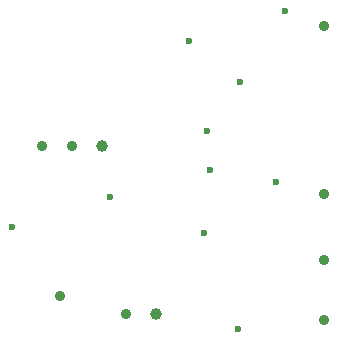
<source format=gbr>
G04 Generated by Ultiboard 10.0 *
%FSLAX25Y25*%
%MOIN*%

%ADD11C,0.02362*%
%ADD13C,0.03500*%
%ADD18C,0.03917*%


G04 ColorRGB 000000 for the following layer *
%LNBohrung-Copper Top-Copper Bottom*%
%LPD*%
%FSLAX25Y25*%
%MOIN*%
G54D11*
X65000Y103000D03*
X6000Y41000D03*
X38750Y51000D03*
X94000Y56000D03*
X81532Y7000D03*
X70000Y39000D03*
X72000Y60000D03*
X97000Y113000D03*
X71000Y73000D03*
X82000Y89500D03*
G54D13*
X44000Y12000D03*
X16000Y68000D03*
X26000Y68000D03*
X22000Y18000D03*
X110000Y52000D03*
X110000Y30000D03*
X110000Y10000D03*
X110000Y108000D03*
G54D18*
X54000Y12000D03*
X36000Y68000D03*

M00*

</source>
